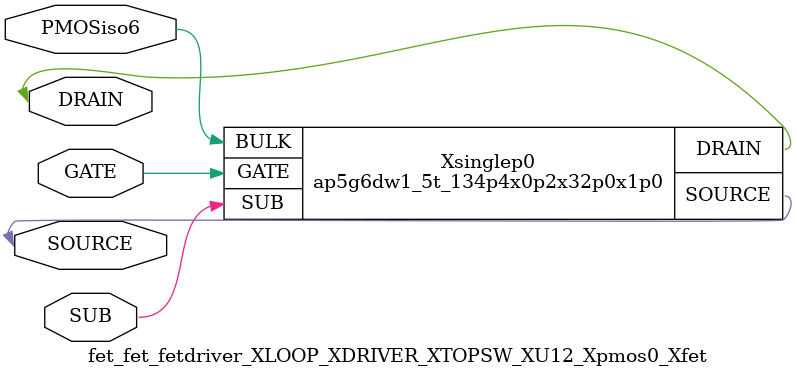
<source format=v>

module ap5g6dw1_5t_134p4x0p2x32p0x1p0 (DRAIN,GATE,SOURCE,BULK,SUB);
  input GATE;
  input BULK;
  input SUB;
  inout SOURCE;
  inout DRAIN;
endmodule

//Celera Confidential Do Not Copy fet_fet_fetdriver_XLOOP_XDRIVER_XTOPSW_XU12_Xpmos0_Xfet
//Celera Confidential Symbol Generator
//power PMOS:Ron:4.000 Ohm
//Vgs 6V Vds 6V
//Kelvin:no

module fet_fet_fetdriver_XLOOP_XDRIVER_XTOPSW_XU12_Xpmos0_Xfet (GATE,SOURCE,DRAIN,PMOSiso6,SUB);
input GATE;
inout SOURCE;
inout DRAIN;
input SUB;
input PMOSiso6;

//Celera Confidential Do Not Copy ap5g6dw1_5t_134p4x0p2x32p0x1p0
ap5g6dw1_5t_134p4x0p2x32p0x1p0 Xsinglep0(
.DRAIN (DRAIN),
.GATE (GATE),
.SOURCE (SOURCE),
.BULK (PMOSiso6),
.SUB (SUB)
);
//,diesize,ap5g6dw1_5t_134p4x0p2x32p0x1p0

//Celera Confidential Do Not Copy Module End
//Celera Schematic Generator
endmodule

</source>
